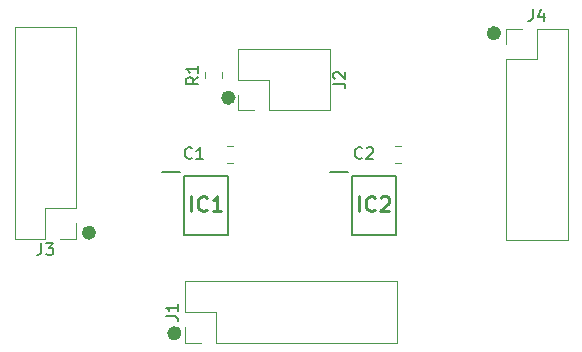
<source format=gto>
G04 #@! TF.GenerationSoftware,KiCad,Pcbnew,7.0.0-da2b9df05c~163~ubuntu22.04.1*
G04 #@! TF.CreationDate,2023-03-12T18:54:24+00:00*
G04 #@! TF.ProjectId,userioswitchhdr,75736572-696f-4737-9769-746368686472,rev?*
G04 #@! TF.SameCoordinates,Original*
G04 #@! TF.FileFunction,Legend,Top*
G04 #@! TF.FilePolarity,Positive*
%FSLAX46Y46*%
G04 Gerber Fmt 4.6, Leading zero omitted, Abs format (unit mm)*
G04 Created by KiCad (PCBNEW 7.0.0-da2b9df05c~163~ubuntu22.04.1) date 2023-03-12 18:54:24*
%MOMM*%
%LPD*%
G01*
G04 APERTURE LIST*
%ADD10C,0.627000*%
%ADD11C,0.150000*%
%ADD12C,0.254000*%
%ADD13C,0.120000*%
%ADD14C,0.200000*%
G04 APERTURE END LIST*
D10*
X192972500Y-107061000D02*
G75*
G03*
X192972500Y-107061000I-313500J0D01*
G01*
X220023500Y-81661000D02*
G75*
G03*
X220023500Y-81661000I-313500J0D01*
G01*
X197544500Y-87122000D02*
G75*
G03*
X197544500Y-87122000I-313500J0D01*
G01*
X185733500Y-98552000D02*
G75*
G03*
X185733500Y-98552000I-313500J0D01*
G01*
D11*
G04 #@! TO.C,J1*
X191957380Y-105616333D02*
X192671666Y-105616333D01*
X192671666Y-105616333D02*
X192814523Y-105663952D01*
X192814523Y-105663952D02*
X192909761Y-105759190D01*
X192909761Y-105759190D02*
X192957380Y-105902047D01*
X192957380Y-105902047D02*
X192957380Y-105997285D01*
X192957380Y-104616333D02*
X192957380Y-105187761D01*
X192957380Y-104902047D02*
X191957380Y-104902047D01*
X191957380Y-104902047D02*
X192100238Y-104997285D01*
X192100238Y-104997285D02*
X192195476Y-105092523D01*
X192195476Y-105092523D02*
X192243095Y-105187761D01*
G04 #@! TO.C,J2*
X206123380Y-85931333D02*
X206837666Y-85931333D01*
X206837666Y-85931333D02*
X206980523Y-85978952D01*
X206980523Y-85978952D02*
X207075761Y-86074190D01*
X207075761Y-86074190D02*
X207123380Y-86217047D01*
X207123380Y-86217047D02*
X207123380Y-86312285D01*
X206218619Y-85502761D02*
X206171000Y-85455142D01*
X206171000Y-85455142D02*
X206123380Y-85359904D01*
X206123380Y-85359904D02*
X206123380Y-85121809D01*
X206123380Y-85121809D02*
X206171000Y-85026571D01*
X206171000Y-85026571D02*
X206218619Y-84978952D01*
X206218619Y-84978952D02*
X206313857Y-84931333D01*
X206313857Y-84931333D02*
X206409095Y-84931333D01*
X206409095Y-84931333D02*
X206551952Y-84978952D01*
X206551952Y-84978952D02*
X207123380Y-85550380D01*
X207123380Y-85550380D02*
X207123380Y-84931333D01*
G04 #@! TO.C,C2*
X208555333Y-92220142D02*
X208507714Y-92267761D01*
X208507714Y-92267761D02*
X208364857Y-92315380D01*
X208364857Y-92315380D02*
X208269619Y-92315380D01*
X208269619Y-92315380D02*
X208126762Y-92267761D01*
X208126762Y-92267761D02*
X208031524Y-92172523D01*
X208031524Y-92172523D02*
X207983905Y-92077285D01*
X207983905Y-92077285D02*
X207936286Y-91886809D01*
X207936286Y-91886809D02*
X207936286Y-91743952D01*
X207936286Y-91743952D02*
X207983905Y-91553476D01*
X207983905Y-91553476D02*
X208031524Y-91458238D01*
X208031524Y-91458238D02*
X208126762Y-91363000D01*
X208126762Y-91363000D02*
X208269619Y-91315380D01*
X208269619Y-91315380D02*
X208364857Y-91315380D01*
X208364857Y-91315380D02*
X208507714Y-91363000D01*
X208507714Y-91363000D02*
X208555333Y-91410619D01*
X208936286Y-91410619D02*
X208983905Y-91363000D01*
X208983905Y-91363000D02*
X209079143Y-91315380D01*
X209079143Y-91315380D02*
X209317238Y-91315380D01*
X209317238Y-91315380D02*
X209412476Y-91363000D01*
X209412476Y-91363000D02*
X209460095Y-91410619D01*
X209460095Y-91410619D02*
X209507714Y-91505857D01*
X209507714Y-91505857D02*
X209507714Y-91601095D01*
X209507714Y-91601095D02*
X209460095Y-91743952D01*
X209460095Y-91743952D02*
X208888667Y-92315380D01*
X208888667Y-92315380D02*
X209507714Y-92315380D01*
G04 #@! TO.C,J3*
X181396666Y-99442380D02*
X181396666Y-100156666D01*
X181396666Y-100156666D02*
X181349047Y-100299523D01*
X181349047Y-100299523D02*
X181253809Y-100394761D01*
X181253809Y-100394761D02*
X181110952Y-100442380D01*
X181110952Y-100442380D02*
X181015714Y-100442380D01*
X181777619Y-99442380D02*
X182396666Y-99442380D01*
X182396666Y-99442380D02*
X182063333Y-99823333D01*
X182063333Y-99823333D02*
X182206190Y-99823333D01*
X182206190Y-99823333D02*
X182301428Y-99870952D01*
X182301428Y-99870952D02*
X182349047Y-99918571D01*
X182349047Y-99918571D02*
X182396666Y-100013809D01*
X182396666Y-100013809D02*
X182396666Y-100251904D01*
X182396666Y-100251904D02*
X182349047Y-100347142D01*
X182349047Y-100347142D02*
X182301428Y-100394761D01*
X182301428Y-100394761D02*
X182206190Y-100442380D01*
X182206190Y-100442380D02*
X181920476Y-100442380D01*
X181920476Y-100442380D02*
X181825238Y-100394761D01*
X181825238Y-100394761D02*
X181777619Y-100347142D01*
D12*
G04 #@! TO.C,IC2*
X208310237Y-96732573D02*
X208310237Y-95462573D01*
X209640714Y-96611621D02*
X209580238Y-96672097D01*
X209580238Y-96672097D02*
X209398809Y-96732573D01*
X209398809Y-96732573D02*
X209277857Y-96732573D01*
X209277857Y-96732573D02*
X209096428Y-96672097D01*
X209096428Y-96672097D02*
X208975476Y-96551145D01*
X208975476Y-96551145D02*
X208914999Y-96430192D01*
X208914999Y-96430192D02*
X208854523Y-96188288D01*
X208854523Y-96188288D02*
X208854523Y-96006859D01*
X208854523Y-96006859D02*
X208914999Y-95764954D01*
X208914999Y-95764954D02*
X208975476Y-95644002D01*
X208975476Y-95644002D02*
X209096428Y-95523050D01*
X209096428Y-95523050D02*
X209277857Y-95462573D01*
X209277857Y-95462573D02*
X209398809Y-95462573D01*
X209398809Y-95462573D02*
X209580238Y-95523050D01*
X209580238Y-95523050D02*
X209640714Y-95583526D01*
X210124523Y-95583526D02*
X210184999Y-95523050D01*
X210184999Y-95523050D02*
X210305952Y-95462573D01*
X210305952Y-95462573D02*
X210608333Y-95462573D01*
X210608333Y-95462573D02*
X210729285Y-95523050D01*
X210729285Y-95523050D02*
X210789761Y-95583526D01*
X210789761Y-95583526D02*
X210850238Y-95704478D01*
X210850238Y-95704478D02*
X210850238Y-95825430D01*
X210850238Y-95825430D02*
X210789761Y-96006859D01*
X210789761Y-96006859D02*
X210064047Y-96732573D01*
X210064047Y-96732573D02*
X210850238Y-96732573D01*
D11*
G04 #@! TO.C,J4*
X223016666Y-79632380D02*
X223016666Y-80346666D01*
X223016666Y-80346666D02*
X222969047Y-80489523D01*
X222969047Y-80489523D02*
X222873809Y-80584761D01*
X222873809Y-80584761D02*
X222730952Y-80632380D01*
X222730952Y-80632380D02*
X222635714Y-80632380D01*
X223921428Y-79965714D02*
X223921428Y-80632380D01*
X223683333Y-79584761D02*
X223445238Y-80299047D01*
X223445238Y-80299047D02*
X224064285Y-80299047D01*
D12*
G04 #@! TO.C,IC1*
X194086237Y-96732573D02*
X194086237Y-95462573D01*
X195416714Y-96611621D02*
X195356238Y-96672097D01*
X195356238Y-96672097D02*
X195174809Y-96732573D01*
X195174809Y-96732573D02*
X195053857Y-96732573D01*
X195053857Y-96732573D02*
X194872428Y-96672097D01*
X194872428Y-96672097D02*
X194751476Y-96551145D01*
X194751476Y-96551145D02*
X194690999Y-96430192D01*
X194690999Y-96430192D02*
X194630523Y-96188288D01*
X194630523Y-96188288D02*
X194630523Y-96006859D01*
X194630523Y-96006859D02*
X194690999Y-95764954D01*
X194690999Y-95764954D02*
X194751476Y-95644002D01*
X194751476Y-95644002D02*
X194872428Y-95523050D01*
X194872428Y-95523050D02*
X195053857Y-95462573D01*
X195053857Y-95462573D02*
X195174809Y-95462573D01*
X195174809Y-95462573D02*
X195356238Y-95523050D01*
X195356238Y-95523050D02*
X195416714Y-95583526D01*
X196626238Y-96732573D02*
X195900523Y-96732573D01*
X196263380Y-96732573D02*
X196263380Y-95462573D01*
X196263380Y-95462573D02*
X196142428Y-95644002D01*
X196142428Y-95644002D02*
X196021476Y-95764954D01*
X196021476Y-95764954D02*
X195900523Y-95825430D01*
D11*
G04 #@! TO.C,C1*
X194143333Y-92220142D02*
X194095714Y-92267761D01*
X194095714Y-92267761D02*
X193952857Y-92315380D01*
X193952857Y-92315380D02*
X193857619Y-92315380D01*
X193857619Y-92315380D02*
X193714762Y-92267761D01*
X193714762Y-92267761D02*
X193619524Y-92172523D01*
X193619524Y-92172523D02*
X193571905Y-92077285D01*
X193571905Y-92077285D02*
X193524286Y-91886809D01*
X193524286Y-91886809D02*
X193524286Y-91743952D01*
X193524286Y-91743952D02*
X193571905Y-91553476D01*
X193571905Y-91553476D02*
X193619524Y-91458238D01*
X193619524Y-91458238D02*
X193714762Y-91363000D01*
X193714762Y-91363000D02*
X193857619Y-91315380D01*
X193857619Y-91315380D02*
X193952857Y-91315380D01*
X193952857Y-91315380D02*
X194095714Y-91363000D01*
X194095714Y-91363000D02*
X194143333Y-91410619D01*
X195095714Y-92315380D02*
X194524286Y-92315380D01*
X194810000Y-92315380D02*
X194810000Y-91315380D01*
X194810000Y-91315380D02*
X194714762Y-91458238D01*
X194714762Y-91458238D02*
X194619524Y-91553476D01*
X194619524Y-91553476D02*
X194524286Y-91601095D01*
G04 #@! TO.C,R1*
X194678380Y-85383666D02*
X194202190Y-85716999D01*
X194678380Y-85955094D02*
X193678380Y-85955094D01*
X193678380Y-85955094D02*
X193678380Y-85574142D01*
X193678380Y-85574142D02*
X193726000Y-85478904D01*
X193726000Y-85478904D02*
X193773619Y-85431285D01*
X193773619Y-85431285D02*
X193868857Y-85383666D01*
X193868857Y-85383666D02*
X194011714Y-85383666D01*
X194011714Y-85383666D02*
X194106952Y-85431285D01*
X194106952Y-85431285D02*
X194154571Y-85478904D01*
X194154571Y-85478904D02*
X194202190Y-85574142D01*
X194202190Y-85574142D02*
X194202190Y-85955094D01*
X194678380Y-84431285D02*
X194678380Y-85002713D01*
X194678380Y-84716999D02*
X193678380Y-84716999D01*
X193678380Y-84716999D02*
X193821238Y-84812237D01*
X193821238Y-84812237D02*
X193916476Y-84907475D01*
X193916476Y-84907475D02*
X193964095Y-85002713D01*
D13*
G04 #@! TO.C,J1*
X211490000Y-107883000D02*
X211490000Y-102683000D01*
X193590000Y-105283000D02*
X193590000Y-102683000D01*
X194920000Y-107883000D02*
X193590000Y-107883000D01*
X196190000Y-107883000D02*
X196190000Y-105283000D01*
X193590000Y-102683000D02*
X211490000Y-102683000D01*
X193590000Y-107883000D02*
X193590000Y-106553000D01*
X196190000Y-107883000D02*
X211490000Y-107883000D01*
X196190000Y-105283000D02*
X193590000Y-105283000D01*
G04 #@! TO.C,J2*
X198060000Y-88198000D02*
X198060000Y-86868000D01*
X199390000Y-88198000D02*
X198060000Y-88198000D01*
X200660000Y-88198000D02*
X205800000Y-88198000D01*
X200660000Y-88198000D02*
X200660000Y-85598000D01*
X205800000Y-88198000D02*
X205800000Y-82998000D01*
X198060000Y-85598000D02*
X198060000Y-82998000D01*
X200660000Y-85598000D02*
X198060000Y-85598000D01*
X198060000Y-82998000D02*
X205800000Y-82998000D01*
G04 #@! TO.C,C2*
X211843252Y-92683000D02*
X211320748Y-92683000D01*
X211843252Y-91213000D02*
X211320748Y-91213000D01*
G04 #@! TO.C,J3*
X184330000Y-99075000D02*
X183000000Y-99075000D01*
X184330000Y-97745000D02*
X184330000Y-99075000D01*
X184330000Y-96475000D02*
X184330000Y-81175000D01*
X184330000Y-96475000D02*
X181730000Y-96475000D01*
X184330000Y-81175000D02*
X179130000Y-81175000D01*
X181730000Y-99075000D02*
X179130000Y-99075000D01*
X181730000Y-96475000D02*
X181730000Y-99075000D01*
X179130000Y-99075000D02*
X179130000Y-81175000D01*
D14*
G04 #@! TO.C,IC2*
X205875000Y-93416000D02*
X207350000Y-93416000D01*
X207700000Y-93766000D02*
X211400000Y-93766000D01*
X207700000Y-98766000D02*
X207700000Y-93766000D01*
X211400000Y-93766000D02*
X211400000Y-98766000D01*
X211400000Y-98766000D02*
X207700000Y-98766000D01*
D13*
G04 #@! TO.C,J4*
X225950000Y-81265000D02*
X225950000Y-99165000D01*
X223350000Y-83865000D02*
X223350000Y-81265000D01*
X223350000Y-81265000D02*
X225950000Y-81265000D01*
X220750000Y-99165000D02*
X225950000Y-99165000D01*
X220750000Y-83865000D02*
X223350000Y-83865000D01*
X220750000Y-83865000D02*
X220750000Y-99165000D01*
X220750000Y-82595000D02*
X220750000Y-81265000D01*
X220750000Y-81265000D02*
X222080000Y-81265000D01*
D14*
G04 #@! TO.C,IC1*
X191651000Y-93416000D02*
X193126000Y-93416000D01*
X193476000Y-93766000D02*
X197176000Y-93766000D01*
X193476000Y-98766000D02*
X193476000Y-93766000D01*
X197176000Y-93766000D02*
X197176000Y-98766000D01*
X197176000Y-98766000D02*
X193476000Y-98766000D01*
D13*
G04 #@! TO.C,C1*
X197619252Y-92683000D02*
X197096748Y-92683000D01*
X197619252Y-91213000D02*
X197096748Y-91213000D01*
G04 #@! TO.C,R1*
X195226000Y-85444064D02*
X195226000Y-84989936D01*
X196696000Y-85444064D02*
X196696000Y-84989936D01*
G04 #@! TD*
M02*

</source>
